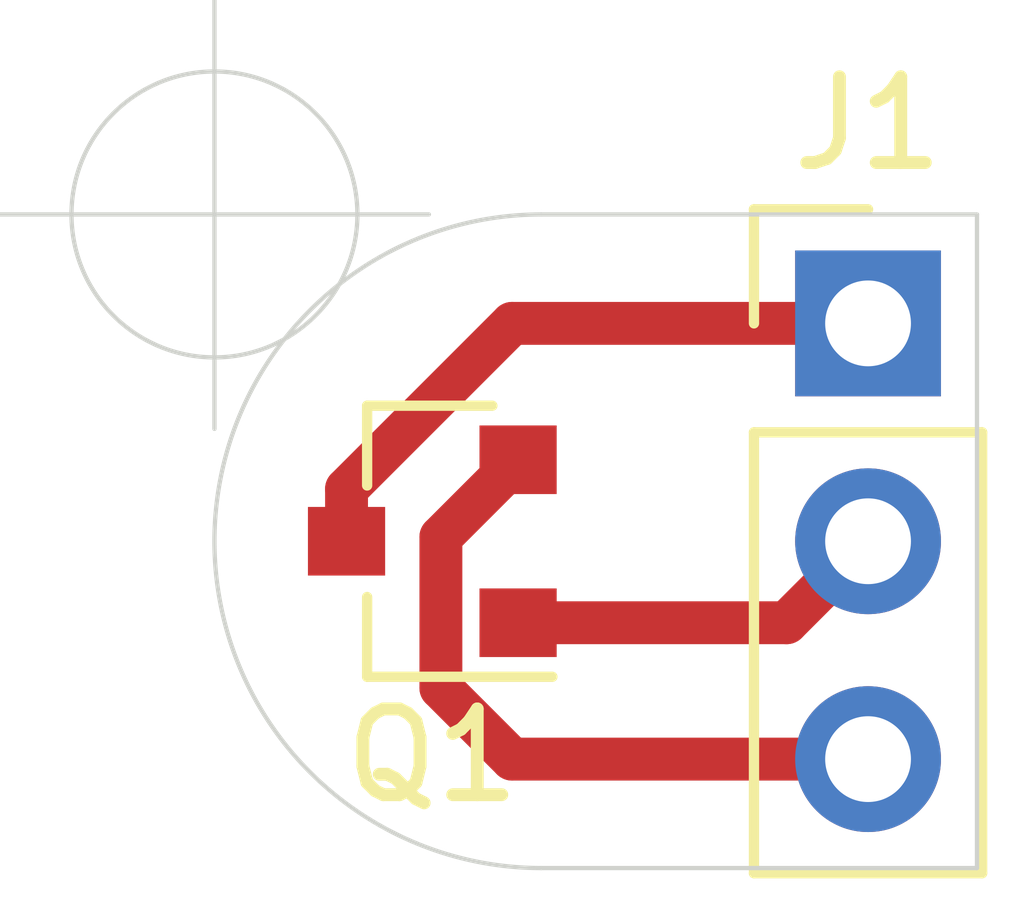
<source format=kicad_pcb>
(kicad_pcb (version 20171130) (host pcbnew "(5.1.8)-1")

  (general
    (thickness 1.6)
    (drawings 5)
    (tracks 9)
    (zones 0)
    (modules 2)
    (nets 4)
  )

  (page A4)
  (layers
    (0 F.Cu signal)
    (31 B.Cu signal hide)
    (32 B.Adhes user hide)
    (33 F.Adhes user hide)
    (34 B.Paste user hide)
    (35 F.Paste user hide)
    (36 B.SilkS user hide)
    (37 F.SilkS user hide)
    (38 B.Mask user hide)
    (39 F.Mask user hide)
    (40 Dwgs.User user hide)
    (41 Cmts.User user hide)
    (42 Eco1.User user hide)
    (43 Eco2.User user hide)
    (44 Edge.Cuts user)
    (45 Margin user hide)
    (46 B.CrtYd user hide)
    (47 F.CrtYd user hide)
    (48 B.Fab user hide)
    (49 F.Fab user hide)
  )

  (setup
    (last_trace_width 0.25)
    (user_trace_width 0.5)
    (trace_clearance 0.2)
    (zone_clearance 0.508)
    (zone_45_only no)
    (trace_min 0.2)
    (via_size 0.8)
    (via_drill 0.4)
    (via_min_size 0.4)
    (via_min_drill 0.3)
    (uvia_size 0.3)
    (uvia_drill 0.1)
    (uvias_allowed no)
    (uvia_min_size 0.2)
    (uvia_min_drill 0.1)
    (edge_width 0.05)
    (segment_width 0.2)
    (pcb_text_width 0.3)
    (pcb_text_size 1.5 1.5)
    (mod_edge_width 0.12)
    (mod_text_size 1 1)
    (mod_text_width 0.15)
    (pad_size 1.524 1.524)
    (pad_drill 0.762)
    (pad_to_mask_clearance 0)
    (aux_axis_origin 0 0)
    (visible_elements 7FFFFFFF)
    (pcbplotparams
      (layerselection 0x00000_7fffffff)
      (usegerberextensions false)
      (usegerberattributes true)
      (usegerberadvancedattributes true)
      (creategerberjobfile true)
      (excludeedgelayer true)
      (linewidth 0.100000)
      (plotframeref false)
      (viasonmask false)
      (mode 1)
      (useauxorigin true)
      (hpglpennumber 1)
      (hpglpenspeed 20)
      (hpglpendiameter 15.000000)
      (psnegative false)
      (psa4output false)
      (plotreference true)
      (plotvalue true)
      (plotinvisibletext false)
      (padsonsilk false)
      (subtractmaskfromsilk false)
      (outputformat 1)
      (mirror false)
      (drillshape 0)
      (scaleselection 1)
      (outputdirectory "./"))
  )

  (net 0 "")
  (net 1 "Net-(J1-Pad3)")
  (net 2 "Net-(J1-Pad2)")
  (net 3 "Net-(J1-Pad1)")

  (net_class Default "This is the default net class."
    (clearance 0.2)
    (trace_width 0.25)
    (via_dia 0.8)
    (via_drill 0.4)
    (uvia_dia 0.3)
    (uvia_drill 0.1)
    (add_net "Net-(J1-Pad1)")
    (add_net "Net-(J1-Pad2)")
    (add_net "Net-(J1-Pad3)")
  )

  (module Package_TO_SOT_SMD:SOT-23 (layer F.Cu) (tedit 5A02FF57) (tstamp 61ADEF07)
    (at 4.17 5.46 180)
    (descr "SOT-23, Standard")
    (tags SOT-23)
    (path /61ADCA2E)
    (attr smd)
    (fp_text reference Q1 (at 0 -2.5) (layer F.SilkS)
      (effects (font (size 1 1) (thickness 0.15)))
    )
    (fp_text value Q_NJFET_DGS (at 0 2.5) (layer F.Fab)
      (effects (font (size 1 1) (thickness 0.15)))
    )
    (fp_line (start -0.7 -0.95) (end -0.7 1.5) (layer F.Fab) (width 0.1))
    (fp_line (start -0.15 -1.52) (end 0.7 -1.52) (layer F.Fab) (width 0.1))
    (fp_line (start -0.7 -0.95) (end -0.15 -1.52) (layer F.Fab) (width 0.1))
    (fp_line (start 0.7 -1.52) (end 0.7 1.52) (layer F.Fab) (width 0.1))
    (fp_line (start -0.7 1.52) (end 0.7 1.52) (layer F.Fab) (width 0.1))
    (fp_line (start 0.76 1.58) (end 0.76 0.65) (layer F.SilkS) (width 0.12))
    (fp_line (start 0.76 -1.58) (end 0.76 -0.65) (layer F.SilkS) (width 0.12))
    (fp_line (start -1.7 -1.75) (end 1.7 -1.75) (layer F.CrtYd) (width 0.05))
    (fp_line (start 1.7 -1.75) (end 1.7 1.75) (layer F.CrtYd) (width 0.05))
    (fp_line (start 1.7 1.75) (end -1.7 1.75) (layer F.CrtYd) (width 0.05))
    (fp_line (start -1.7 1.75) (end -1.7 -1.75) (layer F.CrtYd) (width 0.05))
    (fp_line (start 0.76 -1.58) (end -1.4 -1.58) (layer F.SilkS) (width 0.12))
    (fp_line (start 0.76 1.58) (end -0.7 1.58) (layer F.SilkS) (width 0.12))
    (fp_text user %R (at 0 0 90) (layer F.Fab)
      (effects (font (size 0.5 0.5) (thickness 0.075)))
    )
    (pad 3 smd rect (at 1 0 180) (size 0.9 0.8) (layers F.Cu F.Paste F.Mask)
      (net 3 "Net-(J1-Pad1)"))
    (pad 2 smd rect (at -1 0.95 180) (size 0.9 0.8) (layers F.Cu F.Paste F.Mask)
      (net 1 "Net-(J1-Pad3)"))
    (pad 1 smd rect (at -1 -0.95 180) (size 0.9 0.8) (layers F.Cu F.Paste F.Mask)
      (net 2 "Net-(J1-Pad2)"))
    (model ${KISYS3DMOD}/Package_TO_SOT_SMD.3dshapes/SOT-23.wrl
      (at (xyz 0 0 0))
      (scale (xyz 1 1 1))
      (rotate (xyz 0 0 0))
    )
  )

  (module Connector_PinHeader_2.54mm:PinHeader_1x03_P2.54mm_Vertical (layer F.Cu) (tedit 59FED5CC) (tstamp 61ADEEF2)
    (at 9.25 2.92)
    (descr "Through hole straight pin header, 1x03, 2.54mm pitch, single row")
    (tags "Through hole pin header THT 1x03 2.54mm single row")
    (path /61AD980F)
    (fp_text reference J1 (at 0 -2.33) (layer F.SilkS)
      (effects (font (size 1 1) (thickness 0.15)))
    )
    (fp_text value Conn_01x03_Male (at 0 7.41) (layer F.Fab)
      (effects (font (size 1 1) (thickness 0.15)))
    )
    (fp_line (start -0.635 -1.27) (end 1.27 -1.27) (layer F.Fab) (width 0.1))
    (fp_line (start 1.27 -1.27) (end 1.27 6.35) (layer F.Fab) (width 0.1))
    (fp_line (start 1.27 6.35) (end -1.27 6.35) (layer F.Fab) (width 0.1))
    (fp_line (start -1.27 6.35) (end -1.27 -0.635) (layer F.Fab) (width 0.1))
    (fp_line (start -1.27 -0.635) (end -0.635 -1.27) (layer F.Fab) (width 0.1))
    (fp_line (start -1.33 6.41) (end 1.33 6.41) (layer F.SilkS) (width 0.12))
    (fp_line (start -1.33 1.27) (end -1.33 6.41) (layer F.SilkS) (width 0.12))
    (fp_line (start 1.33 1.27) (end 1.33 6.41) (layer F.SilkS) (width 0.12))
    (fp_line (start -1.33 1.27) (end 1.33 1.27) (layer F.SilkS) (width 0.12))
    (fp_line (start -1.33 0) (end -1.33 -1.33) (layer F.SilkS) (width 0.12))
    (fp_line (start -1.33 -1.33) (end 0 -1.33) (layer F.SilkS) (width 0.12))
    (fp_line (start -1.8 -1.8) (end -1.8 6.85) (layer F.CrtYd) (width 0.05))
    (fp_line (start -1.8 6.85) (end 1.8 6.85) (layer F.CrtYd) (width 0.05))
    (fp_line (start 1.8 6.85) (end 1.8 -1.8) (layer F.CrtYd) (width 0.05))
    (fp_line (start 1.8 -1.8) (end -1.8 -1.8) (layer F.CrtYd) (width 0.05))
    (fp_text user %R (at 0 2.54 90) (layer F.Fab)
      (effects (font (size 1 1) (thickness 0.15)))
    )
    (pad 3 thru_hole oval (at 0 5.08) (size 1.7 1.7) (drill 1) (layers *.Cu *.Mask)
      (net 1 "Net-(J1-Pad3)"))
    (pad 2 thru_hole oval (at 0 2.54) (size 1.7 1.7) (drill 1) (layers *.Cu *.Mask)
      (net 2 "Net-(J1-Pad2)"))
    (pad 1 thru_hole rect (at 0 0) (size 1.7 1.7) (drill 1) (layers *.Cu *.Mask)
      (net 3 "Net-(J1-Pad1)"))
    (model ${KISYS3DMOD}/Connector_PinHeader_2.54mm.3dshapes/PinHeader_1x03_P2.54mm_Vertical.wrl
      (at (xyz 0 0 0))
      (scale (xyz 1 1 1))
      (rotate (xyz 0 0 0))
    )
  )

  (target plus (at 1.63 1.65) (size 5) (width 0.05) (layer Edge.Cuts))
  (gr_line (start 10.52 1.65) (end 10.52 9.27) (layer Edge.Cuts) (width 0.05) (tstamp 61ADA6D2))
  (gr_arc (start 5.44 5.46) (end 5.44 1.65) (angle -180) (layer Edge.Cuts) (width 0.05))
  (gr_line (start 10.52 1.65) (end 5.44 1.65) (layer Edge.Cuts) (width 0.05))
  (gr_line (start 10.52 9.27) (end 5.44 9.27) (layer Edge.Cuts) (width 0.05))

  (segment (start 5.099998 8) (end 9.25 8) (width 0.5) (layer F.Cu) (net 1))
  (segment (start 4.269999 7.170001) (end 5.099998 8) (width 0.5) (layer F.Cu) (net 1))
  (segment (start 4.269999 5.410001) (end 4.269999 7.170001) (width 0.5) (layer F.Cu) (net 1))
  (segment (start 5.17 4.51) (end 4.269999 5.410001) (width 0.5) (layer F.Cu) (net 1))
  (segment (start 8.3 6.41) (end 9.25 5.46) (width 0.5) (layer F.Cu) (net 2))
  (segment (start 5.17 6.41) (end 8.3 6.41) (width 0.5) (layer F.Cu) (net 2))
  (segment (start 3.17 4.849998) (end 3.17 5.46) (width 0.5) (layer F.Cu) (net 3))
  (segment (start 5.099998 2.92) (end 3.17 4.849998) (width 0.5) (layer F.Cu) (net 3))
  (segment (start 9.25 2.92) (end 5.099998 2.92) (width 0.5) (layer F.Cu) (net 3))

)

</source>
